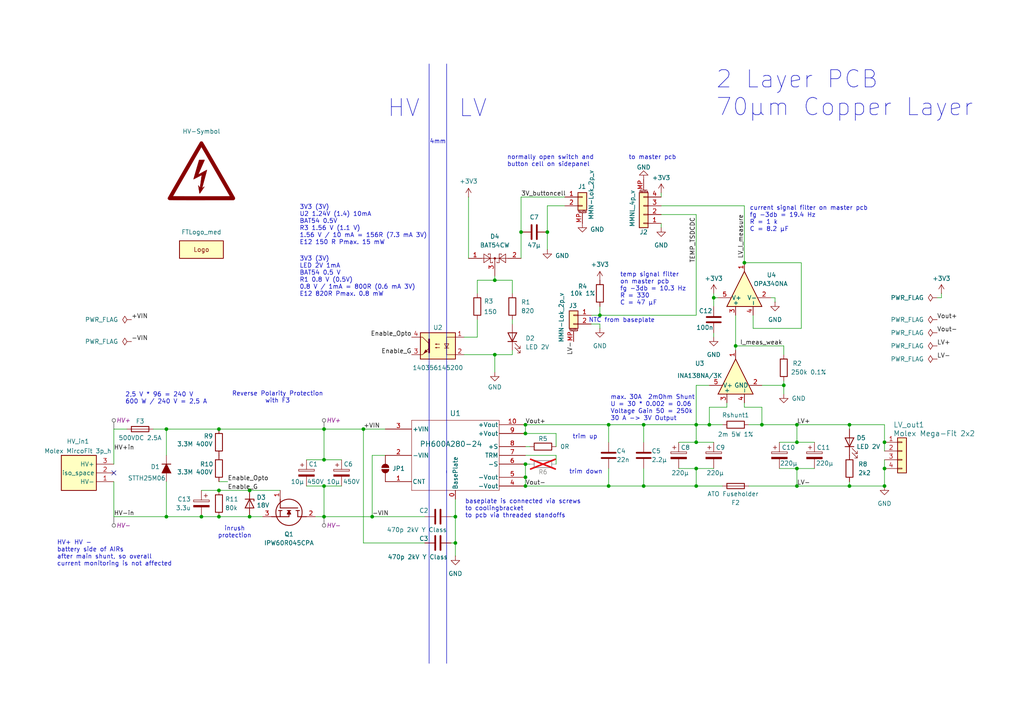
<source format=kicad_sch>
(kicad_sch (version 20250114) (generator "eeschema") (generator_version "9.0")
  (paper "A4")
  (title_block (title "TS-DCDC") (date "2024-12-12") (rev "0.5"))
  (lib_symbols
    (symbol "2024-11-18_21-41-11:PH600A280-24" (pin_names (offset 0.254))
      (property "Reference" "U" (at 17.272 6.604 0))
      (property "Value" "PH600A280-24" (at 20.32 -1.778 0))
      (symbol "PH600A280-24_1_1"
        (pin power_in line (at 0 2.54 0) (length 7.62) (name "+VIN") (number "3"))
        (pin power_in line (at 0 -5.08 0) (length 7.62) (name "-VIN") (number "2"))
        (pin input line (at 0 -12.7 0) (length 7.62) (name "CNT") (number "1"))
        (pin passive line (at 20.32 -17.78 90) (length 2.54) (name "BasePlate") (number "0"))
        (pin power_out line (at 40.64 3.81 180) (length 7.62) (name "+Vout") (number "10"))
        (pin power_out line (at 40.64 1.27 180) (length 7.62) (name "+Vout") (number "9"))
        (pin input line (at 40.64 -2.54 180) (length 7.62) (name "+S") (number "8"))
        (pin input line (at 40.64 -5.08 180) (length 7.62) (name "TRM") (number "7"))
        (pin input line (at 40.64 -7.62 180) (length 7.62) (name "-S") (number "6"))
        (pin power_out line (at 40.64 -11.43 180) (length 7.62) (name "-Vout") (number "5"))
        (pin power_out line (at 40.64 -13.97 180) (length 7.62) (name "-Vout") (number "4"))
      )
    )
    (symbol "43650-0317:43650-0317"
      (property "Reference" "HV_in1" (at 18.542 -11.938 0))
      (property "Value" "Molex MircoFit 3p_h" (at 11.43 -9.398 0))
      (symbol "43650-0317_1_1"
        (pin power_out line (at 0 0 0) (length 5.08) (name "HV+") (number "3"))
        (pin passive line (at 0 -2.54 0) (length 5.08) (name "iso_space") (number "2"))
        (pin power_out line (at 0 -5.08 0) (length 5.08) (name "HV-") (number "1"))
      )
    )
    (symbol "Amplifier_Current:INA138" (pin_names (offset 0.127))
      (property "Reference" "U" (at 3.81 5.08 0))
      (property "Value" "INA138" (at 3.81 2.54 0))
      (symbol "INA138_1_1"
        (pin input line (at -7.62 2.54 0) (length 2.54) (name "+") (number "3"))
        (pin input line (at -7.62 -2.54 0) (length 2.54) (name "-") (number "4"))
        (pin power_in line (at -2.54 7.62 270) (length 3.81) (name "V+") (number "5"))
        (pin power_in line (at -2.54 -7.62 90) (length 3.81) (name "GND") (number "2"))
        (pin output line (at 7.62 0 180) (length 2.54) (name "~") (number "1"))
      )
    )
    (symbol "Amplifier_Operational:OPA340NA" (pin_names (offset 0.127))
      (property "Reference" "U" (at -1.27 6.35 0))
      (property "Value" "OPA340NA" (at -1.27 3.81 0))
      (symbol "OPA340NA_0_1"
        (pin power_in line (at -2.54 7.62 270) (length 3.81) (name "V+") (number "5"))
        (pin power_in line (at -2.54 -7.62 90) (length 3.81) (name "V-") (number "2"))
      )
      (symbol "OPA340NA_1_1"
        (pin input line (at -7.62 2.54 0) (length 2.54) (name "+") (number "3"))
        (pin input line (at -7.62 -2.54 0) (length 2.54) (name "-") (number "4"))
        (pin output line (at 7.62 0 180) (length 2.54) (name "~") (number "1"))
      )
    )
    (symbol "Conn_01x04_1" (pin_names (offset 1.016) (hide yes))
      (property "Reference" "LV_out1" (at -2.54 7.62 0))
      (property "Value" "Molex Mega-Fit 2x2" (at -2.54 5.08 0))
      (symbol "Conn_01x04_1_1_1"
        (pin power_in line (at -5.08 2.54 0) (length 3.81) (name "Pin_1") (number "1"))
        (pin power_in line (at -5.08 0 0) (length 3.81) (name "Pin_2") (number "2"))
        (pin power_in line (at -5.08 -2.54 0) (length 3.81) (name "Pin_3") (number "3"))
        (pin power_in line (at -5.08 -5.08 0) (length 3.81) (name "Pin_4") (number "4"))
      )
    )
    (symbol "Connector_Generic_MountingPin:Conn_01x02_MountingPin" (pin_names (offset 1.016) (hide yes))
      (property "Reference" "J" (at 0 2.54 0))
      (property "Value" "Conn_01x02_MountingPin" (at 1.27 -5.08 0))
      (symbol "Conn_01x02_MountingPin_1_1"
        (text "Mounting" (at 0 -4.191 0) (effects (font (size 0.381 0.381))))
        (pin passive line (at -5.08 0 0) (length 3.81) (name "Pin_1") (number "1"))
        (pin passive line (at -5.08 -2.54 0) (length 3.81) (name "Pin_2") (number "2"))
        (pin passive line (at 0 -7.62 90) (length 3.048) (name "MountPin") (number "MP"))
      )
    )
    (symbol "Connector_Generic_MountingPin:Conn_01x04_MountingPin" (pin_names (offset 1.016) (hide yes))
      (property "Reference" "J" (at 0 5.08 0))
      (property "Value" "Conn_01x04_MountingPin" (at 1.27 -7.62 0))
      (symbol "Conn_01x04_MountingPin_1_1"
        (text "Mounting" (at 0 -6.731 0) (effects (font (size 0.381 0.381))))
        (pin passive line (at -5.08 2.54 0) (length 3.81) (name "Pin_1") (number "1"))
        (pin passive line (at -5.08 0 0) (length 3.81) (name "Pin_2") (number "2"))
        (pin passive line (at -5.08 -2.54 0) (length 3.81) (name "Pin_3") (number "3"))
        (pin passive line (at -5.08 -5.08 0) (length 3.81) (name "Pin_4") (number "4"))
        (pin passive line (at 0 -10.16 90) (length 3.048) (name "MountPin") (number "MP"))
      )
    )
    (symbol "Device:C" (pin_numbers (hide yes)) (pin_names (offset 0.254))
      (property "Reference" "C" (at 0.635 2.54 0))
      (property "Value" "C" (at 0.635 -2.54 0))
      (symbol "C_1_1"
        (pin passive line (at 0 3.81 270) (length 2.794) (name "~") (number "1"))
        (pin passive line (at 0 -3.81 90) (length 2.794) (name "~") (number "2"))
      )
    )
    (symbol "Device:C_Polarized" (pin_numbers (hide yes)) (pin_names (offset 0.254))
      (property "Reference" "C" (at 0.635 2.54 0))
      (property "Value" "C_Polarized" (at 0.635 -2.54 0))
      (symbol "C_Polarized_1_1"
        (pin passive line (at 0 3.81 270) (length 2.794) (name "~") (number "1"))
        (pin passive line (at 0 -3.81 90) (length 2.794) (name "~") (number "2"))
      )
    )
    (symbol "Device:D_Filled" (pin_numbers (hide yes)) (pin_names (offset 1.016) (hide yes))
      (property "Reference" "D" (at 0 2.54 0))
      (property "Value" "D_Filled" (at 0 -2.54 0))
      (symbol "D_Filled_1_1"
        (pin passive line (at -3.81 0 0) (length 2.54) (name "K") (number "1"))
        (pin passive line (at 3.81 0 180) (length 2.54) (name "A") (number "2"))
      )
    )
    (symbol "Device:D_Zener" (pin_numbers (hide yes)) (pin_names (offset 1.016) (hide yes))
      (property "Reference" "D" (at 0 2.54 0))
      (property "Value" "D_Zener" (at 0 -2.54 0))
      (symbol "D_Zener_1_1"
        (pin passive line (at -3.81 0 0) (length 2.54) (name "K") (number "1"))
        (pin passive line (at 3.81 0 180) (length 2.54) (name "A") (number "2"))
      )
    )
    (symbol "Device:Fuse" (pin_numbers (hide yes)) (pin_names (offset 0))
      (property "Reference" "F" (at 2.032 0 90))
      (property "Value" "Fuse" (at -1.905 0 90))
      (symbol "Fuse_1_1"
        (pin passive line (at 0 3.81 270) (length 1.27) (name "~") (number "1"))
        (pin passive line (at 0 -3.81 90) (length 1.27) (name "~") (number "2"))
      )
    )
    (symbol "Device:LED" (pin_numbers (hide yes)) (pin_names (offset 1.016) (hide yes))
      (property "Reference" "D" (at 0 2.54 0))
      (property "Value" "LED" (at 0 -2.54 0))
      (symbol "LED_1_1"
        (pin passive line (at -3.81 0 0) (length 2.54) (name "K") (number "1"))
        (pin passive line (at 3.81 0 180) (length 2.54) (name "A") (number "2"))
      )
    )
    (symbol "Device:R" (pin_numbers (hide yes)) (pin_names (offset 0))
      (property "Reference" "R" (at 2.032 0 90))
      (property "Value" "R" (at 0 0 90))
      (symbol "R_1_1"
        (pin passive line (at 0 3.81 270) (length 1.27) (name "~") (number "1"))
        (pin passive line (at 0 -3.81 90) (length 1.27) (name "~") (number "2"))
      )
    )
    (symbol "Diode:BAT54CW" (pin_names (offset 1.016))
      (property "Reference" "D" (at 0.635 -3.81 0))
      (property "Value" "BAT54CW" (at -6.35 3.175 0))
      (symbol "BAT54CW_1_1"
        (pin passive line (at -7.62 0 0) (length 3.81) (name "~") (number "1"))
        (pin passive line (at 0 -5.08 90) (length 5.08) (name "~") (number "3"))
        (pin passive line (at 7.62 0 180) (length 3.81) (name "~") (number "2"))
      )
    )
    (symbol "FaSTTUBe_logos:FTLogo_med"
      (property "Value" "FTLogo_med" (at 0 -3.81 0))
      (symbol "FTLogo_med_0_0"
        (text "Logo" (at 0 0 0) (effects (font (size 1.27 1.27))))
      )
    )
    (symbol "FaSTTUBe_logos:HV-Symbol" (pin_names (offset 1.016))
      (property "Value" "HV-Symbol" (at 0 -10.16 0))
    )
    (symbol "Fuse_1" (pin_numbers (hide yes)) (pin_names (offset 0))
      (property "Reference" "F2" (at 4.826 0 90))
      (property "Value" "ATO Fuseholder" (at 2.286 0.762 90))
      (symbol "Fuse_1_1_1"
        (pin passive line (at 0 3.81 270) (length 1.27) (name "~") (number "1"))
        (pin passive line (at 0 -3.81 90) (length 1.27) (name "~") (number "2"))
      )
    )
    (symbol "IPW60R045CPA:IPW60R045CPA" (pin_names (hide yes))
      (property "Reference" "Q" (at 11.43 3.81 0))
      (property "Value" "IPW60R045CPA" (at 11.43 1.27 0))
      (symbol "IPW60R045CPA_1_1"
        (pin passive line (at 0 0 0) (length 2.54) (name "G") (number "1"))
        (pin passive line (at 7.62 10.16 270) (length 2.54) (name "D") (number "2"))
        (pin passive line (at 7.62 -5.08 90) (length 2.54) (name "S") (number "3"))
      )
    )
    (symbol "Jumper:SolderJumper_2_Open" (pin_numbers (hide yes)) (pin_names (offset 0) (hide yes)) (exclude_from_sim yes) (in_bom no)
      (property "Reference" "JP" (at 0 2.032 0))
      (property "Value" "SolderJumper_2_Open" (at 0 -2.54 0))
      (symbol "SolderJumper_2_Open_1_1"
        (pin passive line (at -3.81 0 0) (length 2.54) (name "A") (number "1"))
        (pin passive line (at 3.81 0 180) (length 2.54) (name "B") (number "2"))
      )
    )
    (symbol "Relay_SolidState:34.81-7048"
      (property "Reference" "U2" (at 0 5.334 0))
      (property "Value" "140356145200" (at 0 -6.35 0))
      (symbol "34.81-7048_1_1"
        (pin passive line (at -7.62 2.54 0) (length 2.54) (name "") (number "1"))
        (pin passive line (at -7.62 -2.54 0) (length 2.54) (name "~") (number "2"))
        (pin passive line (at 7.62 2.54 180) (length 2.54) (name "~") (number "4"))
        (pin passive line (at 7.62 -2.54 180) (length 2.54) (name "~") (number "3"))
      )
    )
    (symbol "power:+3V3" (power) (pin_numbers (hide yes)) (pin_names (offset 0) (hide yes))
      (property "Value" "+3V3" (at 0 3.556 0))
      (symbol "+3V3_1_1"
        (pin power_in line (at 0 0 90) (length 0) (name "~") (number "1"))
      )
    )
    (symbol "power:GND" (power) (pin_numbers (hide yes)) (pin_names (offset 0) (hide yes))
      (property "Value" "GND" (at 0 -3.81 0))
      (symbol "GND_1_1"
        (pin power_in line (at 0 0 270) (length 0) (name "~") (number "1"))
      )
    )
    (symbol "power:PWR_FLAG" (power) (pin_numbers (hide yes)) (pin_names (offset 0) (hide yes))
      (property "Value" "PWR_FLAG" (at 0 3.81 0))
      (symbol "PWR_FLAG_0_0"
        (pin power_out line (at 0 0 90) (length 0) (name "~") (number "1"))
      )
    )
  )
  (text "trim down" (at 169.926 136.906 0) (effects (font (size 1.27 1.27))))
  (text "inrush\nprotection" (at 68.072 154.432 0) (effects (font (size 1.27 1.27))))
  (text "3V3 (3V)\nU2 1.24V (1.4) 10mA\nBAT54 0.5V\nR3 1.56 V (1.1 V)\n1.56 V / 10 mA = 156R (7.3 mA 3V)\nE12 150 R Pmax. 15 mW\n" (at 86.868 65.278 0) (effects (font (size 1.27 1.27)) (justify left)))
  (text "max. 30A  2mOhm Shunt \nU = 30 * 0.002 = 0.06\nVoltage Gain 50 = 250k\n30 A -> 3V Output\n" (at 177.038 118.364 0) (effects (font (size 1.27 1.27)) (justify left)))
  (text "trim up" (at 169.672 126.746 0) (effects (font (size 1.27 1.27))))
  (text "2,5 V * 96 = 240 V\n600 W / 240 V = 2,5 A\n" (at 36.322 115.57 0) (effects (font (size 1.27 1.27)) (justify left)))
  (text "current signal filter on master pcb\nfg -3db = 19.4 Hz\nR = 1 k\nC = 8.2 µF\n" (at 217.424 63.5 0) (effects (font (size 1.27 1.27)) (justify left)))
  (text "LV" (at 137.16 31.496 0) (effects (font (size 5 5))))
  (text "4mm" (at 127 41.148 0) (effects (font (size 1.27 1.27))))
  (text "normally open switch and\nbutton cell on sidepanel\n " (at 147.066 44.958 0) (effects (font (size 1.27 1.27)) (justify left top)))
  (text "NTC from baseplate" (at 180.34 92.964 0) (effects (font (size 1.27 1.27))))
  (text "HV" (at 117.094 31.496 0) (effects (font (size 5 5))))
  (text "3V3 (3V)\nLED 2V 1mA\nBAT54 0.5 V \nR1 0.8 V (0.5V)\n0.8 V / 1mA = 800R (0.6 mA 3V)\nE12 820R Pmax. 0.8 mW" (at 86.868 80.264 0) (effects (font (size 1.27 1.27)) (justify left)))
  (text "HV+ HV -\nbattery side of AIRs\nafter main shunt, so overall \ncurrent monitoring is not affected" (at 16.51 160.528 0) (effects (font (size 1.27 1.27)) (justify left)))
  (text "to master pcb" (at 189.23 45.72 0) (effects (font (size 1.27 1.27))))
  (text "baseplate is connected via screws \nto coolingbracket\nto pcb via threaded standoffs\n" (at 134.874 147.574 0) (effects (font (size 1.27 1.27)) (justify left)))
  (text "temp signal filter \non master pcb\nfg -3db = 10.3 Hz\nR = 330\nC = 47 µF" (at 179.832 83.82 0) (effects (font (size 1.27 1.27)) (justify left)))
  (text "Reverse Polarity Protection\nwith F3" (at 80.518 115.316 0) (effects (font (size 1.27 1.27))))
  (text "2 Layer PCB \n70µm Copper Layer\n" (at 207.518 27.178 0) (effects (font (size 5 5)) (justify left)))
  (junction (at 152.4 134.62))
  (junction (at 186.69 123.19))
  (junction (at 207.01 86.36))
  (junction (at 63.5 124.46))
  (junction (at 48.26 124.46))
  (junction (at 143.51 81.28))
  (junction (at 201.93 128.27))
  (junction (at 107.95 149.86))
  (junction (at 213.36 100.33))
  (junction (at 48.26 149.86))
  (junction (at 231.14 123.19))
  (junction (at 176.53 123.19))
  (junction (at 105.41 124.46))
  (junction (at 151.13 67.31))
  (junction (at 152.4 138.43))
  (junction (at 201.93 135.89))
  (junction (at 152.4 123.19))
  (junction (at 246.38 123.19))
  (junction (at 132.08 157.48))
  (junction (at 72.39 142.24))
  (junction (at 152.4 140.97))
  (junction (at 205.74 123.19))
  (junction (at 201.93 123.19))
  (junction (at 176.53 140.97))
  (junction (at 72.39 149.86))
  (junction (at 231.14 128.27))
  (junction (at 231.14 135.89))
  (junction (at 93.98 149.86))
  (junction (at 173.99 91.44))
  (junction (at 158.75 67.31))
  (junction (at 152.4 125.73))
  (junction (at 201.93 140.97))
  (junction (at 220.98 123.19))
  (junction (at 132.08 149.86))
  (junction (at 256.54 128.27))
  (junction (at 58.42 149.86))
  (junction (at 93.98 124.46))
  (junction (at 186.69 140.97))
  (junction (at 93.98 140.97))
  (junction (at 215.9 76.2))
  (junction (at 246.38 140.97))
  (junction (at 256.54 135.89))
  (junction (at 227.33 111.76))
  (junction (at 256.54 140.97))
  (junction (at 143.51 102.87))
  (junction (at 231.14 140.97))
  (junction (at 63.5 149.86))
  (junction (at 93.98 133.35))
  (junction (at 63.5 142.24))
  (no_connect (at 33.02 137.16))
  (wire (pts (xy 231.14 135.89) (xy 231.14 140.97)))
  (wire (pts (xy 132.08 144.78) (xy 132.08 149.86)))
  (wire (pts (xy 72.39 142.24) (xy 81.28 142.24)))
  (wire (pts (xy 231.14 128.27) (xy 236.22 128.27)))
  (wire (pts (xy 48.26 149.86) (xy 58.42 149.86)))
  (wire (pts (xy 33.02 139.7) (xy 33.02 149.86)))
  (wire (pts (xy 176.53 123.19) (xy 176.53 128.27)))
  (wire (pts (xy 176.53 135.89) (xy 176.53 140.97)))
  (wire (pts (xy 158.75 59.69) (xy 158.75 67.31)))
  (wire (pts (xy 148.59 102.87) (xy 148.59 101.6)))
  (wire (pts (xy 201.93 123.19) (xy 205.74 123.19)))
  (wire (pts (xy 107.95 132.08) (xy 107.95 149.86)))
  (wire (pts (xy 152.4 134.62) (xy 153.67 134.62)))
  (wire (pts (xy 226.06 128.27) (xy 231.14 128.27)))
  (wire (pts (xy 72.39 149.86) (xy 76.2 149.86)))
  (wire (pts (xy 107.95 132.08) (xy 111.76 132.08)))
  (wire (pts (xy 201.93 111.76) (xy 205.74 111.76)))
  (wire (pts (xy 143.51 81.28) (xy 143.51 80.01)))
  (wire (pts (xy 273.05 86.36) (xy 271.78 86.36)))
  (wire (pts (xy 151.13 57.15) (xy 163.83 57.15)))
  (wire (pts (xy 132.08 149.86) (xy 130.81 149.86)))
  (wire (pts (xy 201.93 62.23) (xy 201.93 91.44)))
  (wire (pts (xy 152.4 132.08) (xy 161.29 132.08)))
  (wire (pts (xy 173.99 93.98) (xy 171.45 93.98)))
  (wire (pts (xy 138.43 81.28) (xy 138.43 85.09)))
  (wire (pts (xy 44.45 124.46) (xy 48.26 124.46)))
  (wire (pts (xy 93.98 133.35) (xy 99.06 133.35)))
  (wire (pts (xy 205.74 123.19) (xy 209.55 123.19)))
  (wire (pts (xy 33.02 124.46) (xy 36.83 124.46)))
  (wire (pts (xy 134.62 97.79) (xy 138.43 97.79)))
  (wire (pts (xy 207.01 96.52) (xy 207.01 97.79)))
  (wire (pts (xy 201.93 111.76) (xy 201.93 123.19)))
  (wire (pts (xy 210.82 116.84) (xy 210.82 118.11)))
  (wire (pts (xy 210.82 118.11) (xy 205.74 118.11)))
  (wire (pts (xy 135.89 57.15) (xy 135.89 74.93)))
  (wire (pts (xy 33.02 124.46) (xy 33.02 134.62)))
  (wire (pts (xy 218.44 95.25) (xy 232.41 95.25)))
  (wire (pts (xy 161.29 134.62) (xy 161.29 132.08)))
  (wire (pts (xy 227.33 111.76) (xy 227.33 114.3)))
  (wire (pts (xy 152.4 123.19) (xy 176.53 123.19)))
  (polyline (pts (xy 124.46 18.542) (xy 124.46 192.405)))
  (wire (pts (xy 208.28 86.36) (xy 207.01 86.36)))
  (wire (pts (xy 191.77 66.04) (xy 191.77 64.77)))
  (wire (pts (xy 151.13 57.15) (xy 151.13 67.31)))
  (wire (pts (xy 152.4 138.43) (xy 152.4 134.62)))
  (wire (pts (xy 33.02 149.86) (xy 48.26 149.86)))
  (wire (pts (xy 217.17 140.97) (xy 231.14 140.97)))
  (wire (pts (xy 105.41 157.48) (xy 123.19 157.48)))
  (wire (pts (xy 105.41 124.46) (xy 111.76 124.46)))
  (wire (pts (xy 143.51 81.28) (xy 148.59 81.28)))
  (wire (pts (xy 143.51 102.87) (xy 148.59 102.87)))
  (wire (pts (xy 220.98 118.11) (xy 220.98 123.19)))
  (wire (pts (xy 66.04 139.7) (xy 63.5 139.7)))
  (wire (pts (xy 63.5 142.24) (xy 58.42 142.24)))
  (wire (pts (xy 224.79 87.63) (xy 224.79 86.36)))
  (wire (pts (xy 186.69 123.19) (xy 201.93 123.19)))
  (wire (pts (xy 152.4 129.54) (xy 153.67 129.54)))
  (wire (pts (xy 88.9 133.35) (xy 93.98 133.35)))
  (wire (pts (xy 213.36 91.44) (xy 213.36 100.33)))
  (wire (pts (xy 186.69 140.97) (xy 201.93 140.97)))
  (wire (pts (xy 173.99 88.9) (xy 173.99 91.44)))
  (wire (pts (xy 107.95 149.86) (xy 123.19 149.86)))
  (wire (pts (xy 63.5 149.86) (xy 72.39 149.86)))
  (wire (pts (xy 213.36 100.33) (xy 227.33 100.33)))
  (wire (pts (xy 173.99 91.44) (xy 201.93 91.44)))
  (wire (pts (xy 186.69 123.19) (xy 186.69 128.27)))
  (wire (pts (xy 220.98 111.76) (xy 227.33 111.76)))
  (wire (pts (xy 201.93 128.27) (xy 207.01 128.27)))
  (wire (pts (xy 186.69 135.89) (xy 186.69 140.97)))
  (wire (pts (xy 201.93 135.89) (xy 201.93 140.97)))
  (wire (pts (xy 158.75 67.31) (xy 158.75 72.39)))
  (wire (pts (xy 220.98 118.11) (xy 215.9 118.11)))
  (wire (pts (xy 226.06 135.89) (xy 231.14 135.89)))
  (wire (pts (xy 93.98 124.46) (xy 93.98 133.35)))
  (polyline (pts (xy 129.54 136.525) (xy 129.54 192.405)))
  (wire (pts (xy 93.98 140.97) (xy 99.06 140.97)))
  (wire (pts (xy 152.4 123.19) (xy 152.4 125.73)))
  (wire (pts (xy 191.77 57.15) (xy 191.77 55.88)))
  (wire (pts (xy 232.41 76.2) (xy 215.9 76.2)))
  (wire (pts (xy 201.93 140.97) (xy 209.55 140.97)))
  (wire (pts (xy 161.29 125.73) (xy 152.4 125.73)))
  (wire (pts (xy 93.98 124.46) (xy 105.41 124.46)))
  (wire (pts (xy 48.26 139.7) (xy 48.26 149.86)))
  (wire (pts (xy 205.74 118.11) (xy 205.74 123.19)))
  (wire (pts (xy 138.43 81.28) (xy 143.51 81.28)))
  (wire (pts (xy 196.85 128.27) (xy 201.93 128.27)))
  (wire (pts (xy 196.85 135.89) (xy 201.93 135.89)))
  (wire (pts (xy 232.41 95.25) (xy 232.41 76.2)))
  (wire (pts (xy 93.98 140.97) (xy 88.9 140.97)))
  (wire (pts (xy 163.83 59.69) (xy 158.75 59.69)))
  (wire (pts (xy 246.38 124.46) (xy 246.38 123.19)))
  (wire (pts (xy 176.53 123.19) (xy 186.69 123.19)))
  (wire (pts (xy 213.36 100.33) (xy 213.36 101.6)))
  (wire (pts (xy 224.79 86.36) (xy 223.52 86.36)))
  (wire (pts (xy 173.99 91.44) (xy 171.45 91.44)))
  (wire (pts (xy 231.14 135.89) (xy 236.22 135.89)))
  (wire (pts (xy 217.17 123.19) (xy 220.98 123.19)))
  (wire (pts (xy 215.9 59.69) (xy 215.9 76.2)))
  (wire (pts (xy 231.14 140.97) (xy 246.38 140.97)))
  (wire (pts (xy 231.14 123.19) (xy 231.14 128.27)))
  (wire (pts (xy 201.93 135.89) (xy 207.01 135.89)))
  (wire (pts (xy 191.77 59.69) (xy 215.9 59.69)))
  (polyline (pts (xy 129.54 18.542) (xy 129.54 137.16)))
  (wire (pts (xy 152.4 140.97) (xy 152.4 138.43)))
  (wire (pts (xy 48.26 132.08) (xy 48.26 124.46)))
  (wire (pts (xy 143.51 102.87) (xy 143.51 107.95)))
  (wire (pts (xy 152.4 140.97) (xy 176.53 140.97)))
  (wire (pts (xy 93.98 149.86) (xy 107.95 149.86)))
  (wire (pts (xy 256.54 128.27) (xy 256.54 130.81)))
  (wire (pts (xy 256.54 133.35) (xy 256.54 135.89)))
  (wire (pts (xy 246.38 123.19) (xy 256.54 123.19)))
  (wire (pts (xy 63.5 142.24) (xy 72.39 142.24)))
  (wire (pts (xy 176.53 140.97) (xy 186.69 140.97)))
  (wire (pts (xy 148.59 92.71) (xy 148.59 93.98)))
  (wire (pts (xy 48.26 124.46) (xy 63.5 124.46)))
  (wire (pts (xy 91.44 149.86) (xy 93.98 149.86)))
  (wire (pts (xy 173.99 93.98) (xy 173.99 95.25)))
  (wire (pts (xy 215.9 118.11) (xy 215.9 116.84)))
  (wire (pts (xy 138.43 92.71) (xy 138.43 97.79)))
  (wire (pts (xy 256.54 135.89) (xy 256.54 140.97)))
  (wire (pts (xy 151.13 67.31) (xy 151.13 74.93)))
  (wire (pts (xy 58.42 149.86) (xy 63.5 149.86)))
  (wire (pts (xy 148.59 81.28) (xy 148.59 85.09)))
  (wire (pts (xy 161.29 129.54) (xy 161.29 125.73)))
  (wire (pts (xy 246.38 139.7) (xy 246.38 140.97)))
  (wire (pts (xy 132.08 157.48) (xy 130.81 157.48)))
  (wire (pts (xy 132.08 161.29) (xy 132.08 157.48)))
  (wire (pts (xy 105.41 124.46) (xy 105.41 157.48)))
  (wire (pts (xy 273.05 85.09) (xy 273.05 86.36)))
  (wire (pts (xy 63.5 124.46) (xy 93.98 124.46)))
  (wire (pts (xy 227.33 100.33) (xy 227.33 102.87)))
  (wire (pts (xy 220.98 123.19) (xy 231.14 123.19)))
  (wire (pts (xy 207.01 86.36) (xy 207.01 85.09)))
  (wire (pts (xy 132.08 149.86) (xy 132.08 157.48)))
  (wire (pts (xy 256.54 140.97) (xy 246.38 140.97)))
  (wire (pts (xy 256.54 123.19) (xy 256.54 128.27)))
  (wire (pts (xy 207.01 86.36) (xy 207.01 88.9)))
  (wire (pts (xy 227.33 110.49) (xy 227.33 111.76)))
  (wire (pts (xy 143.51 102.87) (xy 134.62 102.87)))
  (wire (pts (xy 231.14 123.19) (xy 246.38 123.19)))
  (wire (pts (xy 201.93 62.23) (xy 191.77 62.23)))
  (wire (pts (xy 218.44 95.25) (xy 218.44 91.44)))
  (wire (pts (xy 93.98 149.86) (xy 93.98 140.97)))
  (wire (pts (xy 201.93 123.19) (xy 201.93 128.27)))
  (label "LV+" (at 231.14 123.19 0))
  (label "+VIN" (at 38.1 92.71 0))
  (label "LV-" (at 231.14 140.97 0))
  (label "Vout-" (at 152.4 140.97 0))
  (label "TEMP_TSDCDC" (at 201.93 76.2 90))
  (label "LV-" (at 271.78 104.14 0))
  (label "Vout+" (at 271.78 92.71 0))
  (label "-VIN" (at 38.1 99.06 0))
  (label "-VIN" (at 107.95 149.86 0))
  (label "LV_I_measure" (at 215.9 74.93 90))
  (label "HV+in" (at 33.02 130.81 0))
  (label "I_meas_weak" (at 214.63 100.33 0))
  (label "3V_buttoncell" (at 151.13 57.15 0))
  (label "LV-" (at 166.37 99.06 270))
  (label "Enable_G" (at 66.04 142.24 0))
  (label "HV-in" (at 33.02 149.86 0))
  (label "Vout-" (at 271.78 96.52 0))
  (label "Enable_Opto" (at 66.04 139.7 0))
  (label "Vout+" (at 152.4 123.19 0))
  (label "Enable_G" (at 119.38 102.87 180))
  (label "Enable_Opto" (at 119.38 97.79 180))
  (label "+VIN" (at 105.41 124.46 0))
  (label "LV+" (at 271.78 100.33 0))
  (netclass_flag "" (length 2.54) (shape round) (at 33.02 124.46 0) (property "Netclass" "HV+" (at 33.7185 121.92 0) (effects (font (italic yes)) (justify left))))
  (netclass_flag "" (length 2.54) (shape round) (at 33.02 149.86 180) (property "Netclass" "HV-" (at 33.7185 152.4 0) (effects (font (italic yes)) (justify left))))
  (netclass_flag "" (length 2.54) (shape round) (at 93.98 124.46 0) (property "Netclass" "HV+" (at 94.6785 121.92 0) (effects (font (italic yes)) (justify left))))
  (netclass_flag "" (length 2.54) (shape round) (at 93.98 149.86 180) (property "Netclass" "HV-" (at 94.6785 152.4 0) (effects (font (italic yes)) (justify left))))
  (symbol (lib_id "Device:LED") (at 148.59 97.79 90) (unit 1)
    (property "Reference" "D2" (at 152.4 98.1074 90) (effects (justify right)))
    (property "Value" "LED 2V" (at 152.4 100.6474 90) (effects (justify right)))
    (property "Footprint" "LED_SMD:LED_0603_1608Metric" (effects (hide yes)))
    (property "Description" "Light emitting diode" (effects (hide yes)))
  )
  (symbol (lib_id "Device:C_Polarized") (at 196.85 132.08 0) (unit 1)
    (property "Reference" "C8" (at 200.152 129.794 0) (effects (justify right)))
    (property "Value" "220µ" (at 199.898 137.16 0) (effects (justify right)))
    (property "Footprint" "Capacitor_THT:CP_Radial_D10.0mm_P5.00mm" (effects (hide yes)))
    (property "Datasheet" "https://mou.sr/3E8B9GR" (effects (hide yes)))
    (property "Description" "Polarized capacitor" (effects (hide yes)))
  )
  (symbol (lib_id "Device:C") (at 176.53 132.08 0) (unit 1)
    (property "Reference" "C4" (at 178.816 130.81 0) (effects (justify left)))
    (property "Value" "22n" (at 178.816 133.35 0) (effects (justify left)))
    (property "Footprint" "Capacitor_SMD:C_1206_3216Metric" (effects (hide yes)))
    (property "Description" "Unpolarized capacitor" (effects (hide yes)))
  )
  (symbol (lib_id "Device:R") (at 246.38 135.89 0) (unit 1)
    (property "Reference" "R8" (at 248.92 134.6199 0) (effects (justify left)))
    (property "Value" "2k2" (at 248.92 137.1599 0) (effects (justify left)))
    (property "Footprint" "Resistor_SMD:R_0603_1608Metric" (effects (hide yes)))
    (property "Description" "Resistor" (effects (hide yes)))
  )
  (symbol (lib_id "Connector_Generic_MountingPin:Conn_01x04_MountingPin") (at 186.69 62.23 180) (unit 1)
    (property "Reference" "J2" (at 186.69 67.31 0))
    (property "Value" "MMNL_4p_v" (at 183.388 60.452 90))
    (property "Footprint" "FaSTTUBe_connectors:Micro_Mate-N-Lok_4p_vertical" (effects (hide yes)))
    (property "Description" "Generic connectable mounting pin connector, single row, 01x04, script generated (kicad-library-utils/schlib/autogen/connector/)" (effects (hide yes)))
  )
  (symbol (lib_id "power:GND") (at 256.54 140.97 0) (unit 1)
    (property "Reference" "#PWR01" (effects (hide yes)))
    (property "Value" "GND" (at 256.54 146.05 0))
    (property "Description" "Power symbol creates a global label with name \"GND\" , ground" (effects (hide yes)))
  )
  (symbol (lib_id "Device:R") (at 157.48 129.54 90) (unit 1)
    (property "Reference" "R5" (at 157.48 127.254 90))
    (property "Value" "0R" (at 163.83 129.54 90))
    (property "Footprint" "Resistor_SMD:R_0603_1608Metric" (effects (hide yes)))
    (property "Description" "Resistor" (effects (hide yes)))
  )
  (symbol (lib_id "power:PWR_FLAG") (at 38.1 92.71 90) (unit 1)
    (property "Reference" "#FLG02" (effects (hide yes)))
    (property "Value" "PWR_FLAG" (at 34.29 92.7099 90) (effects (justify left)))
    (property "Description" "Special symbol for telling ERC where power comes from" (effects (hide yes)))
  )
  (symbol (lib_id "power:+3V3") (at 191.77 55.88 0) (mirror y) (unit 1)
    (property "Reference" "#PWR05" (effects (hide yes)))
    (property "Value" "+3V3" (at 191.77 51.562 0))
    (property "Description" "Power symbol creates a global label with name \"+3V3\"" (effects (hide yes)))
  )
  (symbol (lib_id "Amplifier_Operational:OPA340NA") (at 215.9 83.82 90) (unit 1)
    (property "Reference" "U4" (at 223.774 79.756 90))
    (property "Value" "OPA340NA" (at 223.52 82.296 90))
    (property "Footprint" "Package_TO_SOT_SMD:SOT-23-5" (effects (hide yes)))
    (property "Datasheet" "http://www.ti.com/lit/ds/symlink/opa340.pdf" (effects (hide yes)))
    (property "Description" "Single Single-Supply, Rail-to-Rail Operational Amplifier, MicroAmplifier Series, SOT-23-5" (effects (hide yes)))
  )
  (symbol (lib_id "Jumper:SolderJumper_2_Open") (at 111.76 135.89 90) (unit 1) (in_bom no)
    (property "Reference" "JP1" (at 113.792 135.89 90) (effects (justify right)))
    (property "Value" "SolderJumper_2_Open" (effects (hide yes)))
    (property "Footprint" "Jumper:SolderJumper-2_P1.3mm_Open_RoundedPad1.0x1.5mm" (effects (hide yes)))
    (property "Description" "Solder Jumper, 2-pole, open" (effects (hide yes)))
  )
  (symbol (lib_id "Device:C_Polarized") (at 226.06 132.08 0) (unit 1)
    (property "Reference" "C10" (at 230.632 129.794 0) (effects (justify right)))
    (property "Value" "220µ" (at 231.394 134.366 0) (effects (justify right)))
    (property "Footprint" "Capacitor_THT:CP_Radial_D10.0mm_P5.00mm" (effects (hide yes)))
    (property "Datasheet" "https://mou.sr/3E8B9GR" (effects (hide yes)))
    (property "Description" "Polarized capacitor" (effects (hide yes)))
  )
  (symbol (lib_id "Device:LED") (at 246.38 128.27 90) (unit 1)
    (property "Reference" "D5" (at 248.412 127 90) (effects (justify right)))
    (property "Value" "LED 2V" (at 248.412 129.54 90) (effects (justify right)))
    (property "Footprint" "LED_SMD:LED_0603_1608Metric" (effects (hide yes)))
    (property "Description" "Light emitting diode" (effects (hide yes)))
  )
  (symbol (lib_id "Device:C_Polarized") (at 88.9 137.16 0) (unit 1)
    (property "Reference" "C1" (at 92.202 134.62 0) (effects (justify right)))
    (property "Value" "10µ 450V" (at 93.98 139.7 0) (effects (justify right)))
    (property "Footprint" "Capacitor_THT:CP_Radial_D12.5mm_P5.00mm" (effects (hide yes)))
    (property "Datasheet" "https://www.mouser.de/ProductDetail/KEMET/ESZ106M450AK5AA?qs=sGAEpiMZZMvwFf0viD3Y3fHxNcSaiftw0pmshQ94%2F5xScmFOjO6%2FmQ%3D%3D" (effects (hide yes)))
    (property "Description" "Polarized capacitor" (effects (hide yes)))
  )
  (symbol (lib_id "Device:C") (at 127 149.86 90) (unit 1)
    (property "Reference" "C2" (at 122.936 148.082 90))
    (property "Value" "470p 2kV Y Class" (at 120.904 153.67 90))
    (property "Footprint" "footprints:VY1471M29Y5UC63V0" (effects (hide yes)))
    (property "Datasheet" "https://www.vishay.com/docs/28537/vy1series.pdf" (effects (hide yes)))
    (property "Description" "Unpolarized capacitor" (effects (hide yes)))
  )
  (symbol (lib_id "power:PWR_FLAG") (at 271.78 104.14 90) (unit 1)
    (property "Reference" "#FLG05" (effects (hide yes)))
    (property "Value" "PWR_FLAG" (at 267.97 104.1399 90) (effects (justify left)))
    (property "Description" "Special symbol for telling ERC where power comes from" (effects (hide yes)))
  )
  (symbol (lib_id "Device:R") (at 148.59 88.9 0) (unit 1)
    (property "Reference" "R1" (at 151.13 87.6299 0) (effects (justify left)))
    (property "Value" "820" (at 151.13 90.1699 0) (effects (justify left)))
    (property "Footprint" "Resistor_SMD:R_0603_1608Metric" (effects (hide yes)))
    (property "Description" "Resistor" (effects (hide yes)))
  )
  (symbol (lib_id "power:PWR_FLAG") (at 271.78 96.52 90) (unit 1)
    (property "Reference" "#FLG07" (effects (hide yes)))
    (property "Value" "PWR_FLAG" (at 267.97 96.5199 90) (effects (justify left)))
    (property "Description" "Special symbol for telling ERC where power comes from" (effects (hide yes)))
  )
  (symbol (lib_id "power:GND") (at 207.01 97.79 0) (unit 1)
    (property "Reference" "#PWR013" (effects (hide yes)))
    (property "Value" "GND" (at 207.01 102.87 0))
    (property "Description" "Power symbol creates a global label with name \"GND\" , ground" (effects (hide yes)))
  )
  (symbol (lib_id "2024-11-18_21-41-11:PH600A280-24") (at 111.76 127 0) (unit 1)
    (property "Reference" "U1" (at 132.08 119.888 0) (effects (font (size 1.524 1.524))))
    (property "Value" "PH600A280-24" (at 130.81 128.778 0) (effects (font (size 1.524 1.524))))
    (property "Footprint" "PH300A_thru_PH600A_TDK" (effects (hide yes)))
    (property "Datasheet" "PH600A280-24" (effects (hide yes)))
  )
  (symbol (lib_id "power:PWR_FLAG") (at 271.78 86.36 90) (unit 1)
    (property "Reference" "#FLG01" (effects (hide yes)))
    (property "Value" "PWR_FLAG" (at 267.97 86.36 90) (effects (justify left)))
    (property "Description" "Special symbol for telling ERC where power comes from" (effects (hide yes)))
  )
  (symbol (lib_id "Device:C") (at 154.94 67.31 90) (unit 1)
    (property "Reference" "C7" (at 154.94 62.992 90))
    (property "Value" "47µ" (at 154.94 71.12 90))
    (property "Footprint" "Capacitor_SMD:C_1210_3225Metric" (effects (hide yes)))
    (property "Description" "Unpolarized capacitor" (effects (hide yes)))
  )
  (symbol (lib_id "power:+3V3") (at 173.99 81.28 0) (mirror y) (unit 1)
    (property "Reference" "#PWR08" (effects (hide yes)))
    (property "Value" "+3V3" (at 173.99 76.708 0))
    (property "Description" "Power symbol creates a global label with name \"+3V3\"" (effects (hide yes)))
  )
  (symbol (lib_id "FaSTTUBe_logos:HV-Symbol") (at 58.42 49.53 0) (unit 1)
    (property "Reference" "#Logo2" (effects (hide yes)))
    (property "Value" "HV-Symbol" (at 58.4225 38.1 0))
    (property "Footprint" "FaSTTUBe_logos:HV-Warning" (effects (hide yes)))
  )
  (symbol (lib_id "power:GND") (at 227.33 114.3 0) (unit 1)
    (property "Reference" "#PWR02" (effects (hide yes)))
    (property "Value" "GND" (at 231.648 115.57 0))
    (property "Description" "Power symbol creates a global label with name \"GND\" , ground" (effects (hide yes)))
  )
  (symbol (lib_id "Device:C_Polarized") (at 58.42 146.05 0) (mirror y) (unit 1)
    (property "Reference" "C13" (at 55.372 144.78 0) (effects (justify left)))
    (property "Value" "3.3u" (at 55.372 147.32 0) (effects (justify left)))
    (property "Footprint" "Capacitor_SMD:C_0805_2012Metric" (effects (hide yes)))
    (property "Datasheet" "https://www.mouser.de/ProductDetail/Vishay-Sprague/TMCP1C335MTRF?qs=WatphXlIDnw3%252BW9g7D2QaA%3D%3D" (effects (hide yes)))
    (property "Description" "Polarized capacitor" (effects (hide yes)))
  )
  (symbol (lib_id "Device:R") (at 63.5 146.05 0) (unit 1)
    (property "Reference" "R11" (at 65.278 144.78 0) (effects (justify left)))
    (property "Value" "80k" (at 65.278 147.32 0) (effects (justify left)))
    (property "Footprint" "Resistor_SMD:R_0603_1608Metric" (effects (hide yes)))
    (property "Description" "Resistor" (effects (hide yes)))
  )
  (symbol (lib_id "Device:C_Polarized") (at 236.22 132.08 0) (unit 1)
    (property "Reference" "C11" (at 240.792 129.794 0) (effects (justify right)))
    (property "Value" "220µ" (at 241.808 134.366 0) (effects (justify right)))
    (property "Footprint" "Capacitor_THT:CP_Radial_D10.0mm_P5.00mm" (effects (hide yes)))
    (property "Datasheet" "https://mou.sr/3E8B9GR" (effects (hide yes)))
    (property "Description" "Polarized capacitor" (effects (hide yes)))
  )
  (symbol (lib_id "power:GND") (at 132.08 161.29 0) (unit 1)
    (property "Reference" "#PWR010" (effects (hide yes)))
    (property "Value" "GND" (at 132.08 166.37 0))
    (property "Description" "Power symbol creates a global label with name \"GND\" , ground" (effects (hide yes)))
  )
  (symbol (lib_id "Relay_SolidState:34.81-7048") (at 127 100.33 0) (mirror y) (unit 1)
    (property "Reference" "U2" (at 127 94.996 0))
    (property "Value" "140356145200" (at 127 106.68 0))
    (property "Footprint" "footprints:SOP254P700X210-4N" (effects (hide yes)))
    (property "Datasheet" "https://www.we-online.com/components/products/datasheet/140356145200.pdf" (effects (hide yes)))
    (property "Description" "Ultra-Slim Solid-State Relay, 0.1A, 48V DC output switching" (effects (hide yes)))
  )
  (symbol (lib_id "Device:R") (at 63.5 128.27 0) (unit 1)
    (property "Reference" "R9" (at 60.452 126.492 0))
    (property "Value" "3.3M 400V" (at 61.722 128.778 0) (effects (justify right)))
    (property "Footprint" "Resistor_SMD:R_1206_3216Metric" (effects (hide yes)))
    (property "Description" "Resistor" (effects (hide yes)))
  )
  (symbol (lib_name "Conn_01x04_1") (lib_id "Connector_Generic:Conn_01x04") (at 261.62 130.81 0) (unit 1)
    (property "Reference" "LV_out1" (at 259.08 123.19 0) (effects (font (size 1.524 1.524)) (justify left)))
    (property "Value" "Molex Mega-Fit 2x2" (at 259.08 125.73 0) (effects (font (size 1.524 1.524)) (justify left)))
    (property "Footprint" "footprints:CONN_SD-76825-0100_04_MOL" (effects (hide yes)))
    (property "Datasheet" "https://www.molex.com/en-us/products/part-detail/768250004" (effects (hide yes)))
    (property "Description" "Generic connector, single row, 01x04, script generated (kicad-library-utils/schlib/autogen/connector/)" (effects (hide yes)))
  )
  (symbol (lib_id "Device:Fuse") (at 40.64 124.46 90) (mirror x) (unit 1)
    (property "Reference" "F3" (at 40.64 122.174 90))
    (property "Value" "500VDC 2.5A" (at 40.64 127 90))
    (property "Footprint" "footprints:0ACG5000TE" (effects (hide yes)))
    (property "Datasheet" "https://www.mouser.de/ProductDetail/Bel-Fuse/0ACG-2500-TE?qs=stqOd1AaK79slGARTZO0fA%3D%3D" (effects (hide yes)))
    (property "Description" "Fuse" (effects (hide yes)))
  )
  (symbol (lib_id "IPW60R045CPA:IPW60R045CPA") (at 81.28 142.24 270) (unit 1)
    (property "Reference" "Q1" (at 83.82 154.94 90))
    (property "Value" "IPW60R045CPA" (at 83.82 157.48 90))
    (property "Footprint" "footprints:TO544P516X1586X2557-3P" (effects (hide yes)))
    (property "Datasheet" "https://ms.componentsearchengine.com/Datasheets/1/IPW60R045CPA.pdf" (effects (hide yes)))
    (property "Description" "MOSFET N-Ch 600V 60A TO247-3 CoolMOS CPA" (effects (hide yes)))
    (property "Height" "5.16" (effects (hide yes)))
    (property "Mouser Part Number" "726-IPW60R045CPA" (effects (hide yes)))
    (property "Mouser Price/Stock" "https://www.mouser.co.uk/ProductDetail/Infineon-Technologies/IPW60R045CPA?qs=z8VqzZ%252B0FRNIFPzd7%2FeVZw%3D%3D" (effects (hide yes)))
    (property "Manufacturer_Name" "Infineon" (effects (hide yes)))
    (property "Manufacturer_Part_Number" "IPW60R045CPA" (effects (hide yes)))
  )
  (symbol (lib_id "power:+3V3") (at 135.89 57.15 0) (unit 1)
    (property "Reference" "#PWR09" (effects (hide yes)))
    (property "Value" "+3V3" (at 135.89 52.578 0))
    (property "Description" "Power symbol creates a global label with name \"+3V3\"" (effects (hide yes)))
  )
  (symbol (lib_id "power:PWR_FLAG") (at 38.1 99.06 90) (unit 1)
    (property "Reference" "#FLG03" (effects (hide yes)))
    (property "Value" "PWR_FLAG" (at 34.29 99.0599 90) (effects (justify left)))
    (property "Description" "Special symbol for telling ERC where power comes from" (effects (hide yes)))
  )
  (symbol (lib_id "Device:C_Polarized") (at 99.06 137.16 0) (unit 1)
    (property "Reference" "C6" (at 102.362 134.62 0) (effects (justify right)))
    (property "Value" "10µ 450V" (at 104.394 139.7 0) (effects (justify right)))
    (property "Footprint" "Capacitor_THT:CP_Radial_D12.5mm_P5.00mm" (effects (hide yes)))
    (property "Datasheet" "https://www.mouser.de/ProductDetail/KEMET/ESZ106M450AK5AA?qs=sGAEpiMZZMvwFf0viD3Y3fHxNcSaiftw0pmshQ94%2F5xScmFOjO6%2FmQ%3D%3D" (effects (hide yes)))
    (property "Description" "Polarized capacitor" (effects (hide yes)))
  )
  (symbol (lib_id "power:GND") (at 173.99 95.25 0) (unit 1)
    (property "Reference" "#PWR06" (effects (hide yes)))
    (property "Value" "GND" (at 173.99 100.33 0))
    (property "Description" "Power symbol creates a global label with name \"GND\" , ground" (effects (hide yes)))
  )
  (symbol (lib_id "Device:C_Polarized") (at 207.01 132.08 0) (unit 1)
    (property "Reference" "C9" (at 210.312 129.794 0) (effects (justify right)))
    (property "Value" "220µ" (at 210.058 137.16 0) (effects (justify right)))
    (property "Footprint" "Capacitor_THT:CP_Radial_D10.0mm_P5.00mm" (effects (hide yes)))
    (property "Datasheet" "https://mou.sr/3E8B9GR" (effects (hide yes)))
    (property "Description" "Polarized capacitor" (effects (hide yes)))
  )
  (symbol (lib_id "Device:R") (at 173.99 85.09 0) (unit 1)
    (property "Reference" "R4" (at 167.64 83.058 0) (effects (justify left)))
    (property "Value" "10k 1%" (at 165.354 85.09 0) (effects (justify left)))
    (property "Footprint" "Resistor_SMD:R_0603_1608Metric" (effects (hide yes)))
    (property "Description" "Resistor" (effects (hide yes)))
  )
  (symbol (lib_id "Device:D_Filled") (at 48.26 135.89 270) (unit 1)
    (property "Reference" "D1" (at 43.688 135.382 90) (effects (justify left)))
    (property "Value" "STTH25M06" (at 37.084 138.684 90) (effects (justify left)))
    (property "Footprint" "Package_TO_SOT_THT:TO-220F-2_Vertical" (effects (hide yes)))
    (property "Datasheet" "https://www.st.com/en/diodes-and-rectifiers/stth25m06.html" (effects (hide yes)))
    (property "Description" "Diode, filled shape" (effects (hide yes)))
    (property "Sim.Device" "D" (effects (hide yes)))
    (property "Sim.Pins" "1=K 2=A" (effects (hide yes)))
  )
  (symbol (lib_id "Device:R") (at 157.48 134.62 90) (unit 1) (dnp yes)
    (property "Reference" "R6" (at 157.48 136.906 90))
    (property "Value" "R" (effects (hide yes)))
    (property "Footprint" "Resistor_SMD:R_0603_1608Metric" (effects (hide yes)))
    (property "Description" "Resistor" (effects (hide yes)))
  )
  (symbol (lib_name "Fuse_1") (lib_id "Device:Fuse") (at 213.36 140.97 90) (mirror x) (unit 1)
    (property "Reference" "F2" (at 213.36 145.796 90))
    (property "Value" "ATO Fuseholder" (at 212.598 143.256 90))
    (property "Footprint" "footprints:01000066Z" (effects (hide yes)))
    (property "Datasheet" "https://www.littelfuse.com/assetdocs/littelfuse_fuseclip_100_datasheet.pdf?assetguid=9960882e-3537-4a71-b411-c6d6ebc326a9" (effects (hide yes)))
    (property "Description" "Fuse" (effects (hide yes)))
  )
  (symbol (lib_id "Device:R") (at 213.36 123.19 90) (unit 1)
    (property "Reference" "Rshunt1" (at 213.36 120.396 90))
    (property "Value" "2m 5W 1%" (at 213.36 125.984 90))
    (property "Footprint" "Resistor_SMD:R_2512_6332Metric" (effects (hide yes)))
    (property "Datasheet" "https://www.mouser.de/datasheet/2/54/css2h_2512-1862180.pdf" (effects (hide yes)))
    (property "Description" "Resistor" (effects (hide yes)))
  )
  (symbol (lib_id "power:+3V3") (at 273.05 85.09 0) (mirror y) (unit 1)
    (property "Reference" "#PWR014" (effects (hide yes)))
    (property "Value" "+3V3" (at 273.05 80.772 0))
    (property "Description" "Power symbol creates a global label with name \"+3V3\"" (effects (hide yes)))
  )
  (symbol (lib_id "Device:R") (at 63.5 135.89 0) (unit 1)
    (property "Reference" "R10" (at 59.944 134.62 0))
    (property "Value" "3.3M 400V" (at 61.722 136.906 0) (effects (justify right)))
    (property "Footprint" "Resistor_SMD:R_1206_3216Metric" (effects (hide yes)))
    (property "Description" "Resistor" (effects (hide yes)))
  )
  (symbol (lib_id "Diode:BAT54CW") (at 143.51 74.93 0) (unit 1)
    (property "Reference" "D4" (at 143.51 68.58 0))
    (property "Value" "BAT54CW" (at 143.51 71.12 0))
    (property "Footprint" "Package_TO_SOT_SMD:SOT-323_SC-70" (effects (hide yes)))
    (property "Datasheet" "https://assets.nexperia.com/documents/data-sheet/BAT54W_SER.pdf" (effects (hide yes)))
    (property "Description" "Dual schottky barrier diode, common cathode, SOT-323" (effects (hide yes)))
  )
  (symbol (lib_id "Device:C") (at 207.01 92.71 0) (unit 1)
    (property "Reference" "C12" (at 202.692 90.17 0) (effects (justify left)))
    (property "Value" "100n" (at 201.93 94.996 0) (effects (justify left)))
    (property "Footprint" "Capacitor_SMD:C_0603_1608Metric" (effects (hide yes)))
    (property "Description" "Unpolarized capacitor" (effects (hide yes)))
  )
  (symbol (lib_id "Device:C") (at 127 157.48 270) (unit 1)
    (property "Reference" "C3" (at 122.936 156.21 90))
    (property "Value" "470p 2kV Y Class" (at 121.158 161.544 90))
    (property "Footprint" "footprints:VY1471M29Y5UC63V0" (effects (hide yes)))
    (property "Datasheet" "https://www.vishay.com/docs/28537/vy1series.pdf" (effects (hide yes)))
    (property "Description" "Unpolarized capacitor" (effects (hide yes)))
  )
  (symbol (lib_id "Device:R") (at 227.33 106.68 0) (unit 1)
    (property "Reference" "R2" (at 229.87 105.4099 0) (effects (justify left)))
    (property "Value" "250k 0.1%" (at 229.362 107.95 0) (effects (justify left)))
    (property "Footprint" "Resistor_SMD:R_0805_2012Metric" (effects (hide yes)))
    (property "Datasheet" "https://www.mouser.de/datasheet/2/385/SEI_RNCF-3077647.pdf" (effects (hide yes)))
    (property "Description" "Resistor" (effects (hide yes)))
  )
  (symbol (lib_id "FaSTTUBe_logos:FTLogo_med") (at 58.42 72.39 0) (unit 1)
    (property "Reference" "#Logo1" (effects (hide yes)))
    (property "Value" "FTLogo_med" (at 58.42 67.31 0))
    (property "Footprint" "FaSTTUBe_logos:FTLogo_medium" (effects (hide yes)))
  )
  (symbol (lib_id "power:GND") (at 168.91 64.77 0) (unit 1)
    (property "Reference" "#PWR015" (effects (hide yes)))
    (property "Value" "GND" (at 173.228 66.548 0))
    (property "Description" "Power symbol creates a global label with name \"GND\" , ground" (effects (hide yes)))
  )
  (symbol (lib_id "power:GND") (at 224.79 87.63 0) (unit 1)
    (property "Reference" "#PWR011" (effects (hide yes)))
    (property "Value" "GND" (at 224.79 92.71 0))
    (property "Description" "Power symbol creates a global label with name \"GND\" , ground" (effects (hide yes)))
  )
  (symbol (lib_id "power:+3V3") (at 207.01 85.09 0) (mirror y) (unit 1)
    (property "Reference" "#PWR012" (effects (hide yes)))
    (property "Value" "+3V3" (at 207.01 80.772 0))
    (property "Description" "Power symbol creates a global label with name \"+3V3\"" (effects (hide yes)))
  )
  (symbol (lib_id "Connector_Generic_MountingPin:Conn_01x02_MountingPin") (at 166.37 91.44 0) (mirror y) (unit 1)
    (property "Reference" "J3" (at 167.386 88.646 0) (effects (justify left)))
    (property "Value" "MMN-Lok_2p_v" (at 162.814 99.314 90) (effects (justify left)))
    (property "Footprint" "FaSTTUBe_connectors:Micro_Mate-N-Lok_2p_vertical" (effects (hide yes)))
    (property "Description" "Generic connectable mounting pin connector, single row, 01x02, script generated (kicad-library-utils/schlib/autogen/connector/)" (effects (hide yes)))
  )
  (symbol (lib_id "Device:R") (at 138.43 88.9 0) (unit 1)
    (property "Reference" "R3" (at 141.732 87.376 0))
    (property "Value" "150" (at 142.24 90.424 0))
    (property "Footprint" "Resistor_SMD:R_0603_1608Metric" (effects (hide yes)))
    (property "Description" "Resistor" (effects (hide yes)))
  )
  (symbol (lib_id "power:PWR_FLAG") (at 271.78 92.71 90) (unit 1)
    (property "Reference" "#FLG06" (effects (hide yes)))
    (property "Value" "PWR_FLAG" (at 267.97 92.7099 90) (effects (justify left)))
    (property "Description" "Special symbol for telling ERC where power comes from" (effects (hide yes)))
  )
  (symbol (lib_id "power:GND") (at 143.51 107.95 0) (unit 1)
    (property "Reference" "#PWR07" (effects (hide yes)))
    (property "Value" "GND" (at 143.51 112.268 0))
    (property "Description" "Power symbol creates a global label with name \"GND\" , ground" (effects (hide yes)))
  )
  (symbol (lib_id "43650-0317:43650-0317") (at 33.02 134.62 0) (mirror y) (unit 1)
    (property "Reference" "HV_in1" (at 22.606 128.016 0))
    (property "Value" "Molex MircoFit 3p_h" (at 22.606 130.81 0))
    (property "Footprint" "Connector_Molex:Molex_Micro-Fit_3.0_43650-0310_1x03-1MP_P3.00mm_Horizontal_PnP" (effects (hide yes)))
    (property "Datasheet" "https://www.molex.com/en-us/products/part-detail/436500310?display=pdf" (effects (hide yes)))
    (property "Description" "Micro-Fit 3.0 Vertical Header, 3.00mm Pitch, Single Row, 3 Circuits, with PCB Polarizing Peg, Glow-Wire Capable, Black" (effects (hide yes)))
    (property "Height" "9.9" (effects (hide yes)))
    (property "Mouser Part Number" "538-43650-0317" (effects (hide yes)))
    (property "Mouser Price/Stock" "https://www.mouser.co.uk/ProductDetail/Molex/43650-0317?qs=Nb99Pa9xYq%2Fi%252B%2FVbiejqUg%3D%3D" (effects (hide yes)))
    (property "Manufacturer_Name" "Molex" (effects (hide yes)))
    (property "Manufacturer_Part_Number" "43650-0317" (effects (hide yes)))
  )
  (symbol (lib_id "power:GND") (at 158.75 72.39 0) (unit 1)
    (property "Reference" "#PWR04" (effects (hide yes)))
    (property "Value" "GND" (at 163.068 74.168 0))
    (property "Description" "Power symbol creates a global label with name \"GND\" , ground" (effects (hide yes)))
  )
  (symbol (lib_id "power:PWR_FLAG") (at 271.78 100.33 90) (unit 1)
    (property "Reference" "#FLG04" (effects (hide yes)))
    (property "Value" "PWR_FLAG" (at 267.97 100.3299 90) (effects (justify left)))
    (property "Description" "Special symbol for telling ERC where power comes from" (effects (hide yes)))
  )
  (symbol (lib_id "Amplifier_Current:INA138") (at 213.36 109.22 90) (unit 1)
    (property "Reference" "U3" (at 202.946 105.41 90))
    (property "Value" "INA138NA/3K" (at 202.946 108.966 90))
    (property "Footprint" "Package_TO_SOT_SMD:SOT-23-5" (effects (hide yes)))
    (property "Datasheet" "https://www.ti.com/lit/ds/symlink/ina138.pdf?ts=1734802735399&ref_url=https%253A%252F%252Fwww.mouser.de%252F" (effects (hide yes)))
    (property "Description" "High-Side Measurement Current Shunt Monitor, 36V, SOT-23-5" (effects (hide yes)))
  )
  (symbol (lib_id "Device:D_Zener") (at 72.39 146.05 270) (unit 1)
    (property "Reference" "D3" (at 74.422 144.272 90) (effects (justify left)))
    (property "Value" "18V" (at 74.422 146.558 90) (effects (justify left)))
    (property "Footprint" "Diode_SMD:D_SOD-123" (effects (hide yes)))
    (property "Datasheet" "https://assets.nexperia.com/documents/data-sheet/BZT52_SER.pdf" (effects (hide yes)))
    (property "Description" "BZT52C18" (effects (hide yes)))
  )
  (symbol (lib_id "power:GND") (at 186.69 52.07 180) (unit 1)
    (property "Reference" "#PWR016" (effects (hide yes)))
    (property "Value" "GND" (at 186.69 48.514 0))
    (property "Description" "Power symbol creates a global label with name \"GND\" , ground" (effects (hide yes)))
  )
  (symbol (lib_id "Connector_Generic_MountingPin:Conn_01x02_MountingPin") (at 168.91 57.15 0) (unit 1)
    (property "Reference" "J1" (at 167.64 54.102 0) (effects (justify left)))
    (property "Value" "MMN-Lok_2p_v" (at 171.45 63.754 90) (effects (justify left)))
    (property "Footprint" "FaSTTUBe_connectors:Micro_Mate-N-Lok_2p_vertical" (effects (hide yes)))
    (property "Description" "Generic connectable mounting pin connector, single row, 01x02, script generated (kicad-library-utils/schlib/autogen/connector/)" (effects (hide yes)))
  )
  (symbol (lib_id "Device:C") (at 186.69 132.08 0) (unit 1)
    (property "Reference" "C5" (at 188.976 130.81 0) (effects (justify left)))
    (property "Value" "2.2µ" (at 188.976 133.35 0) (effects (justify left)))
    (property "Footprint" "Capacitor_SMD:C_0603_1608Metric" (effects (hide yes)))
    (property "Description" "Unpolarized capacitor" (effects (hide yes)))
  )
  (symbol (lib_id "power:GND") (at 191.77 66.04 0) (mirror y) (unit 1)
    (property "Reference" "#PWR03" (effects (hide yes)))
    (property "Value" "GND" (at 191.77 71.12 0))
    (property "Description" "Power symbol creates a global label with name \"GND\" , ground" (effects (hide yes)))
  )
)
</source>
